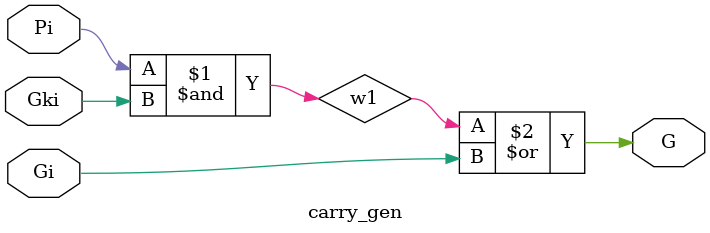
<source format=v>
`timescale 1ns / 1ps

module carry_gen (
	input wire Pi, Gi, Gki,
	output wire G
);

	wire w1;

	and (w1, Pi, Gki);

	or (G, w1, Gi);

endmodule
</source>
